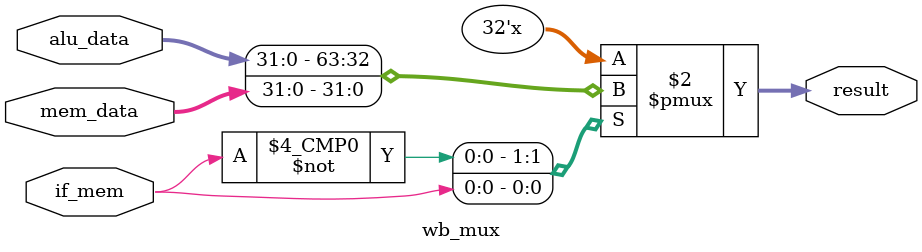
<source format=sv>
`timescale 1ns / 1ps


module wb_mux #(
    parameter ADDR_WIDTH = 32,
    parameter DATA_WIDTH = 32
) (
        input wire if_mem,
        input wire [DATA_WIDTH-1:0] alu_data,
        input wire [DATA_WIDTH-1:0] mem_data,
        output logic [DATA_WIDTH-1:0] result
    );

    always_comb begin
        case (if_mem)
            0: result = alu_data;
            1: result = mem_data;
            default: result = alu_data;
        endcase
    end
endmodule

</source>
